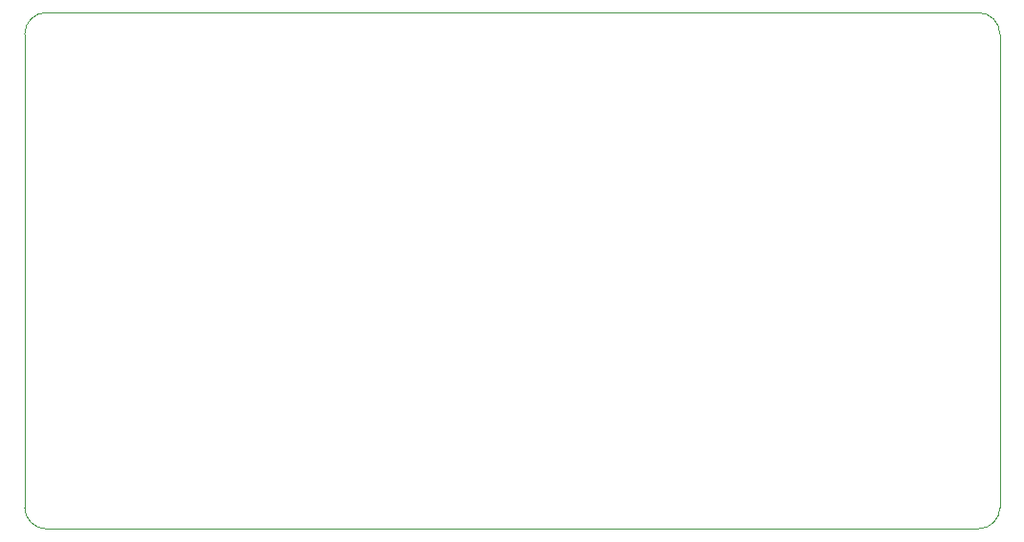
<source format=gbr>
G04 #@! TF.GenerationSoftware,KiCad,Pcbnew,(5.1.5)-2*
G04 #@! TF.CreationDate,2019-12-14T03:39:57+01:00*
G04 #@! TF.ProjectId,tof_sensor,746f665f-7365-46e7-936f-722e6b696361,rev?*
G04 #@! TF.SameCoordinates,Original*
G04 #@! TF.FileFunction,Profile,NP*
%FSLAX46Y46*%
G04 Gerber Fmt 4.6, Leading zero omitted, Abs format (unit mm)*
G04 Created by KiCad (PCBNEW (5.1.5)-2) date 2019-12-14 03:39:57*
%MOMM*%
%LPD*%
G04 APERTURE LIST*
%ADD10C,0.050000*%
G04 APERTURE END LIST*
D10*
X195580000Y-60960000D02*
G75*
G02X197485000Y-62865000I0J-1905000D01*
G01*
X197485000Y-104775000D02*
G75*
G02X195580000Y-106680000I-1905000J0D01*
G01*
X113030000Y-106680000D02*
G75*
G02X111125000Y-104775000I0J1905000D01*
G01*
X111125000Y-62865000D02*
G75*
G02X113030000Y-60960000I1905000J0D01*
G01*
X113030000Y-60960000D02*
X195580000Y-60960000D01*
X111125000Y-104775000D02*
X111125000Y-62865000D01*
X197485000Y-87630000D02*
X197485000Y-104775000D01*
X195580000Y-106680000D02*
X113030000Y-106680000D01*
X197485000Y-62865000D02*
X197485000Y-87630000D01*
M02*

</source>
